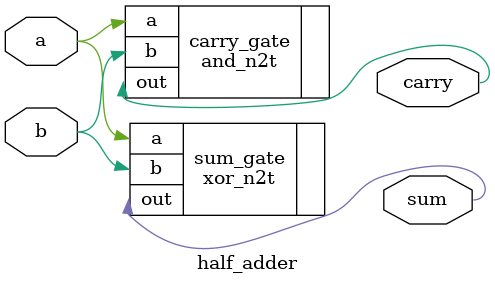
<source format=sv>
`ifndef xor_n2t
  `include "../01/xor_n2t.sv"
`endif
`define half_adder 1

module half_adder(
    input  a,
    input  b,
    output carry,
    output sum
);

   xor_n2t sum_gate(.a(a), .b(b), .out(sum));
   and_n2t carry_gate(.a(a), .b(b), .out(carry));

endmodule

</source>
